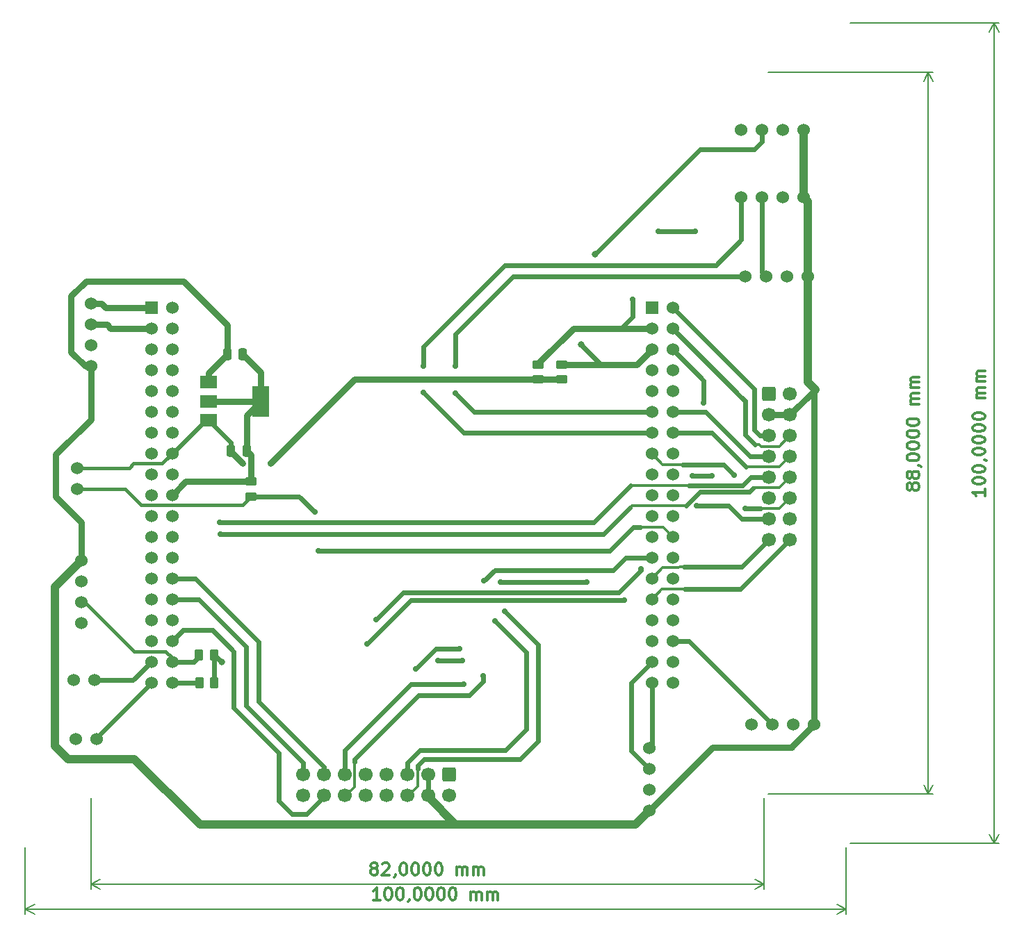
<source format=gbr>
G04 #@! TF.GenerationSoftware,KiCad,Pcbnew,(6.0.1)*
G04 #@! TF.CreationDate,2022-02-07T00:01:01+01:00*
G04 #@! TF.ProjectId,CartePrincipaleR1,43617274-6550-4726-996e-636970616c65,rev?*
G04 #@! TF.SameCoordinates,Original*
G04 #@! TF.FileFunction,Copper,L1,Top*
G04 #@! TF.FilePolarity,Positive*
%FSLAX46Y46*%
G04 Gerber Fmt 4.6, Leading zero omitted, Abs format (unit mm)*
G04 Created by KiCad (PCBNEW (6.0.1)) date 2022-02-07 00:01:01*
%MOMM*%
%LPD*%
G01*
G04 APERTURE LIST*
G04 Aperture macros list*
%AMRoundRect*
0 Rectangle with rounded corners*
0 $1 Rounding radius*
0 $2 $3 $4 $5 $6 $7 $8 $9 X,Y pos of 4 corners*
0 Add a 4 corners polygon primitive as box body*
4,1,4,$2,$3,$4,$5,$6,$7,$8,$9,$2,$3,0*
0 Add four circle primitives for the rounded corners*
1,1,$1+$1,$2,$3*
1,1,$1+$1,$4,$5*
1,1,$1+$1,$6,$7*
1,1,$1+$1,$8,$9*
0 Add four rect primitives between the rounded corners*
20,1,$1+$1,$2,$3,$4,$5,0*
20,1,$1+$1,$4,$5,$6,$7,0*
20,1,$1+$1,$6,$7,$8,$9,0*
20,1,$1+$1,$8,$9,$2,$3,0*%
G04 Aperture macros list end*
%ADD10C,0.300000*%
G04 #@! TA.AperFunction,NonConductor*
%ADD11C,0.300000*%
G04 #@! TD*
G04 #@! TA.AperFunction,NonConductor*
%ADD12C,0.200000*%
G04 #@! TD*
G04 #@! TA.AperFunction,SMDPad,CuDef*
%ADD13RoundRect,0.250000X0.450000X-0.262500X0.450000X0.262500X-0.450000X0.262500X-0.450000X-0.262500X0*%
G04 #@! TD*
G04 #@! TA.AperFunction,ComponentPad*
%ADD14C,1.524000*%
G04 #@! TD*
G04 #@! TA.AperFunction,SMDPad,CuDef*
%ADD15RoundRect,0.250000X-0.250000X-0.475000X0.250000X-0.475000X0.250000X0.475000X-0.250000X0.475000X0*%
G04 #@! TD*
G04 #@! TA.AperFunction,SMDPad,CuDef*
%ADD16R,2.000000X1.500000*%
G04 #@! TD*
G04 #@! TA.AperFunction,SMDPad,CuDef*
%ADD17R,2.000000X3.800000*%
G04 #@! TD*
G04 #@! TA.AperFunction,SMDPad,CuDef*
%ADD18RoundRect,0.250000X0.262500X0.450000X-0.262500X0.450000X-0.262500X-0.450000X0.262500X-0.450000X0*%
G04 #@! TD*
G04 #@! TA.AperFunction,ComponentPad*
%ADD19R,1.530000X1.530000*%
G04 #@! TD*
G04 #@! TA.AperFunction,ComponentPad*
%ADD20C,1.530000*%
G04 #@! TD*
G04 #@! TA.AperFunction,SMDPad,CuDef*
%ADD21RoundRect,0.250000X-0.450000X0.262500X-0.450000X-0.262500X0.450000X-0.262500X0.450000X0.262500X0*%
G04 #@! TD*
G04 #@! TA.AperFunction,ComponentPad*
%ADD22RoundRect,0.250000X-0.600000X0.600000X-0.600000X-0.600000X0.600000X-0.600000X0.600000X0.600000X0*%
G04 #@! TD*
G04 #@! TA.AperFunction,ComponentPad*
%ADD23C,1.700000*%
G04 #@! TD*
G04 #@! TA.AperFunction,ComponentPad*
%ADD24RoundRect,0.250000X-0.600000X-0.600000X0.600000X-0.600000X0.600000X0.600000X-0.600000X0.600000X0*%
G04 #@! TD*
G04 #@! TA.AperFunction,ViaPad*
%ADD25C,0.700000*%
G04 #@! TD*
G04 #@! TA.AperFunction,ViaPad*
%ADD26C,0.800000*%
G04 #@! TD*
G04 #@! TA.AperFunction,Conductor*
%ADD27C,1.000000*%
G04 #@! TD*
G04 #@! TA.AperFunction,Conductor*
%ADD28C,0.800000*%
G04 #@! TD*
G04 #@! TA.AperFunction,Conductor*
%ADD29C,0.600000*%
G04 #@! TD*
G04 #@! TA.AperFunction,Conductor*
%ADD30C,0.400000*%
G04 #@! TD*
G04 #@! TA.AperFunction,Conductor*
%ADD31C,0.300000*%
G04 #@! TD*
G04 APERTURE END LIST*
D10*
D11*
X163021428Y-91642857D02*
X162950000Y-91785714D01*
X162878571Y-91857142D01*
X162735714Y-91928571D01*
X162664285Y-91928571D01*
X162521428Y-91857142D01*
X162450000Y-91785714D01*
X162378571Y-91642857D01*
X162378571Y-91357142D01*
X162450000Y-91214285D01*
X162521428Y-91142857D01*
X162664285Y-91071428D01*
X162735714Y-91071428D01*
X162878571Y-91142857D01*
X162950000Y-91214285D01*
X163021428Y-91357142D01*
X163021428Y-91642857D01*
X163092857Y-91785714D01*
X163164285Y-91857142D01*
X163307142Y-91928571D01*
X163592857Y-91928571D01*
X163735714Y-91857142D01*
X163807142Y-91785714D01*
X163878571Y-91642857D01*
X163878571Y-91357142D01*
X163807142Y-91214285D01*
X163735714Y-91142857D01*
X163592857Y-91071428D01*
X163307142Y-91071428D01*
X163164285Y-91142857D01*
X163092857Y-91214285D01*
X163021428Y-91357142D01*
X163021428Y-90214285D02*
X162950000Y-90357142D01*
X162878571Y-90428571D01*
X162735714Y-90500000D01*
X162664285Y-90500000D01*
X162521428Y-90428571D01*
X162450000Y-90357142D01*
X162378571Y-90214285D01*
X162378571Y-89928571D01*
X162450000Y-89785714D01*
X162521428Y-89714285D01*
X162664285Y-89642857D01*
X162735714Y-89642857D01*
X162878571Y-89714285D01*
X162950000Y-89785714D01*
X163021428Y-89928571D01*
X163021428Y-90214285D01*
X163092857Y-90357142D01*
X163164285Y-90428571D01*
X163307142Y-90500000D01*
X163592857Y-90500000D01*
X163735714Y-90428571D01*
X163807142Y-90357142D01*
X163878571Y-90214285D01*
X163878571Y-89928571D01*
X163807142Y-89785714D01*
X163735714Y-89714285D01*
X163592857Y-89642857D01*
X163307142Y-89642857D01*
X163164285Y-89714285D01*
X163092857Y-89785714D01*
X163021428Y-89928571D01*
X163807142Y-88928571D02*
X163878571Y-88928571D01*
X164021428Y-89000000D01*
X164092857Y-89071428D01*
X162378571Y-88000000D02*
X162378571Y-87857142D01*
X162450000Y-87714285D01*
X162521428Y-87642857D01*
X162664285Y-87571428D01*
X162950000Y-87500000D01*
X163307142Y-87500000D01*
X163592857Y-87571428D01*
X163735714Y-87642857D01*
X163807142Y-87714285D01*
X163878571Y-87857142D01*
X163878571Y-88000000D01*
X163807142Y-88142857D01*
X163735714Y-88214285D01*
X163592857Y-88285714D01*
X163307142Y-88357142D01*
X162950000Y-88357142D01*
X162664285Y-88285714D01*
X162521428Y-88214285D01*
X162450000Y-88142857D01*
X162378571Y-88000000D01*
X162378571Y-86571428D02*
X162378571Y-86428571D01*
X162450000Y-86285714D01*
X162521428Y-86214285D01*
X162664285Y-86142857D01*
X162950000Y-86071428D01*
X163307142Y-86071428D01*
X163592857Y-86142857D01*
X163735714Y-86214285D01*
X163807142Y-86285714D01*
X163878571Y-86428571D01*
X163878571Y-86571428D01*
X163807142Y-86714285D01*
X163735714Y-86785714D01*
X163592857Y-86857142D01*
X163307142Y-86928571D01*
X162950000Y-86928571D01*
X162664285Y-86857142D01*
X162521428Y-86785714D01*
X162450000Y-86714285D01*
X162378571Y-86571428D01*
X162378571Y-85142857D02*
X162378571Y-85000000D01*
X162450000Y-84857142D01*
X162521428Y-84785714D01*
X162664285Y-84714285D01*
X162950000Y-84642857D01*
X163307142Y-84642857D01*
X163592857Y-84714285D01*
X163735714Y-84785714D01*
X163807142Y-84857142D01*
X163878571Y-85000000D01*
X163878571Y-85142857D01*
X163807142Y-85285714D01*
X163735714Y-85357142D01*
X163592857Y-85428571D01*
X163307142Y-85500000D01*
X162950000Y-85500000D01*
X162664285Y-85428571D01*
X162521428Y-85357142D01*
X162450000Y-85285714D01*
X162378571Y-85142857D01*
X162378571Y-83714285D02*
X162378571Y-83571428D01*
X162450000Y-83428571D01*
X162521428Y-83357142D01*
X162664285Y-83285714D01*
X162950000Y-83214285D01*
X163307142Y-83214285D01*
X163592857Y-83285714D01*
X163735714Y-83357142D01*
X163807142Y-83428571D01*
X163878571Y-83571428D01*
X163878571Y-83714285D01*
X163807142Y-83857142D01*
X163735714Y-83928571D01*
X163592857Y-84000000D01*
X163307142Y-84071428D01*
X162950000Y-84071428D01*
X162664285Y-84000000D01*
X162521428Y-83928571D01*
X162450000Y-83857142D01*
X162378571Y-83714285D01*
X163878571Y-81428571D02*
X162878571Y-81428571D01*
X163021428Y-81428571D02*
X162950000Y-81357142D01*
X162878571Y-81214285D01*
X162878571Y-81000000D01*
X162950000Y-80857142D01*
X163092857Y-80785714D01*
X163878571Y-80785714D01*
X163092857Y-80785714D02*
X162950000Y-80714285D01*
X162878571Y-80571428D01*
X162878571Y-80357142D01*
X162950000Y-80214285D01*
X163092857Y-80142857D01*
X163878571Y-80142857D01*
X163878571Y-79428571D02*
X162878571Y-79428571D01*
X163021428Y-79428571D02*
X162950000Y-79357142D01*
X162878571Y-79214285D01*
X162878571Y-79000000D01*
X162950000Y-78857142D01*
X163092857Y-78785714D01*
X163878571Y-78785714D01*
X163092857Y-78785714D02*
X162950000Y-78714285D01*
X162878571Y-78571428D01*
X162878571Y-78357142D01*
X162950000Y-78214285D01*
X163092857Y-78142857D01*
X163878571Y-78142857D01*
D12*
X145500000Y-129000000D02*
X165586420Y-129000000D01*
X145500000Y-41000000D02*
X165586420Y-41000000D01*
X165000000Y-129000000D02*
X165000000Y-41000000D01*
X165000000Y-129000000D02*
X165000000Y-41000000D01*
X165000000Y-129000000D02*
X165586421Y-127873496D01*
X165000000Y-129000000D02*
X164413579Y-127873496D01*
X165000000Y-41000000D02*
X164413579Y-42126504D01*
X165000000Y-41000000D02*
X165586421Y-42126504D01*
D10*
D11*
X171878571Y-91785714D02*
X171878571Y-92642857D01*
X171878571Y-92214285D02*
X170378571Y-92214285D01*
X170592857Y-92357142D01*
X170735714Y-92500000D01*
X170807142Y-92642857D01*
X170378571Y-90857142D02*
X170378571Y-90714285D01*
X170450000Y-90571428D01*
X170521428Y-90500000D01*
X170664285Y-90428571D01*
X170950000Y-90357142D01*
X171307142Y-90357142D01*
X171592857Y-90428571D01*
X171735714Y-90500000D01*
X171807142Y-90571428D01*
X171878571Y-90714285D01*
X171878571Y-90857142D01*
X171807142Y-91000000D01*
X171735714Y-91071428D01*
X171592857Y-91142857D01*
X171307142Y-91214285D01*
X170950000Y-91214285D01*
X170664285Y-91142857D01*
X170521428Y-91071428D01*
X170450000Y-91000000D01*
X170378571Y-90857142D01*
X170378571Y-89428571D02*
X170378571Y-89285714D01*
X170450000Y-89142857D01*
X170521428Y-89071428D01*
X170664285Y-89000000D01*
X170950000Y-88928571D01*
X171307142Y-88928571D01*
X171592857Y-89000000D01*
X171735714Y-89071428D01*
X171807142Y-89142857D01*
X171878571Y-89285714D01*
X171878571Y-89428571D01*
X171807142Y-89571428D01*
X171735714Y-89642857D01*
X171592857Y-89714285D01*
X171307142Y-89785714D01*
X170950000Y-89785714D01*
X170664285Y-89714285D01*
X170521428Y-89642857D01*
X170450000Y-89571428D01*
X170378571Y-89428571D01*
X171807142Y-88214285D02*
X171878571Y-88214285D01*
X172021428Y-88285714D01*
X172092857Y-88357142D01*
X170378571Y-87285714D02*
X170378571Y-87142857D01*
X170450000Y-87000000D01*
X170521428Y-86928571D01*
X170664285Y-86857142D01*
X170950000Y-86785714D01*
X171307142Y-86785714D01*
X171592857Y-86857142D01*
X171735714Y-86928571D01*
X171807142Y-87000000D01*
X171878571Y-87142857D01*
X171878571Y-87285714D01*
X171807142Y-87428571D01*
X171735714Y-87500000D01*
X171592857Y-87571428D01*
X171307142Y-87642857D01*
X170950000Y-87642857D01*
X170664285Y-87571428D01*
X170521428Y-87500000D01*
X170450000Y-87428571D01*
X170378571Y-87285714D01*
X170378571Y-85857142D02*
X170378571Y-85714285D01*
X170450000Y-85571428D01*
X170521428Y-85500000D01*
X170664285Y-85428571D01*
X170950000Y-85357142D01*
X171307142Y-85357142D01*
X171592857Y-85428571D01*
X171735714Y-85500000D01*
X171807142Y-85571428D01*
X171878571Y-85714285D01*
X171878571Y-85857142D01*
X171807142Y-86000000D01*
X171735714Y-86071428D01*
X171592857Y-86142857D01*
X171307142Y-86214285D01*
X170950000Y-86214285D01*
X170664285Y-86142857D01*
X170521428Y-86071428D01*
X170450000Y-86000000D01*
X170378571Y-85857142D01*
X170378571Y-84428571D02*
X170378571Y-84285714D01*
X170450000Y-84142857D01*
X170521428Y-84071428D01*
X170664285Y-84000000D01*
X170950000Y-83928571D01*
X171307142Y-83928571D01*
X171592857Y-84000000D01*
X171735714Y-84071428D01*
X171807142Y-84142857D01*
X171878571Y-84285714D01*
X171878571Y-84428571D01*
X171807142Y-84571428D01*
X171735714Y-84642857D01*
X171592857Y-84714285D01*
X171307142Y-84785714D01*
X170950000Y-84785714D01*
X170664285Y-84714285D01*
X170521428Y-84642857D01*
X170450000Y-84571428D01*
X170378571Y-84428571D01*
X170378571Y-83000000D02*
X170378571Y-82857142D01*
X170450000Y-82714285D01*
X170521428Y-82642857D01*
X170664285Y-82571428D01*
X170950000Y-82500000D01*
X171307142Y-82500000D01*
X171592857Y-82571428D01*
X171735714Y-82642857D01*
X171807142Y-82714285D01*
X171878571Y-82857142D01*
X171878571Y-83000000D01*
X171807142Y-83142857D01*
X171735714Y-83214285D01*
X171592857Y-83285714D01*
X171307142Y-83357142D01*
X170950000Y-83357142D01*
X170664285Y-83285714D01*
X170521428Y-83214285D01*
X170450000Y-83142857D01*
X170378571Y-83000000D01*
X171878571Y-80714285D02*
X170878571Y-80714285D01*
X171021428Y-80714285D02*
X170950000Y-80642857D01*
X170878571Y-80500000D01*
X170878571Y-80285714D01*
X170950000Y-80142857D01*
X171092857Y-80071428D01*
X171878571Y-80071428D01*
X171092857Y-80071428D02*
X170950000Y-80000000D01*
X170878571Y-79857142D01*
X170878571Y-79642857D01*
X170950000Y-79500000D01*
X171092857Y-79428571D01*
X171878571Y-79428571D01*
X171878571Y-78714285D02*
X170878571Y-78714285D01*
X171021428Y-78714285D02*
X170950000Y-78642857D01*
X170878571Y-78500000D01*
X170878571Y-78285714D01*
X170950000Y-78142857D01*
X171092857Y-78071428D01*
X171878571Y-78071428D01*
X171092857Y-78071428D02*
X170950000Y-78000000D01*
X170878571Y-77857142D01*
X170878571Y-77642857D01*
X170950000Y-77500000D01*
X171092857Y-77428571D01*
X171878571Y-77428571D01*
D12*
X155500000Y-135000000D02*
X173586420Y-135000000D01*
X155500000Y-35000000D02*
X173586420Y-35000000D01*
X173000000Y-135000000D02*
X173000000Y-35000000D01*
X173000000Y-135000000D02*
X173000000Y-35000000D01*
X173000000Y-135000000D02*
X173586421Y-133873496D01*
X173000000Y-135000000D02*
X172413579Y-133873496D01*
X173000000Y-35000000D02*
X172413579Y-36126504D01*
X173000000Y-35000000D02*
X173586421Y-36126504D01*
D10*
D11*
X98214285Y-141878571D02*
X97357142Y-141878571D01*
X97785714Y-141878571D02*
X97785714Y-140378571D01*
X97642857Y-140592857D01*
X97500000Y-140735714D01*
X97357142Y-140807142D01*
X99142857Y-140378571D02*
X99285714Y-140378571D01*
X99428571Y-140450000D01*
X99500000Y-140521428D01*
X99571428Y-140664285D01*
X99642857Y-140950000D01*
X99642857Y-141307142D01*
X99571428Y-141592857D01*
X99500000Y-141735714D01*
X99428571Y-141807142D01*
X99285714Y-141878571D01*
X99142857Y-141878571D01*
X99000000Y-141807142D01*
X98928571Y-141735714D01*
X98857142Y-141592857D01*
X98785714Y-141307142D01*
X98785714Y-140950000D01*
X98857142Y-140664285D01*
X98928571Y-140521428D01*
X99000000Y-140450000D01*
X99142857Y-140378571D01*
X100571428Y-140378571D02*
X100714285Y-140378571D01*
X100857142Y-140450000D01*
X100928571Y-140521428D01*
X101000000Y-140664285D01*
X101071428Y-140950000D01*
X101071428Y-141307142D01*
X101000000Y-141592857D01*
X100928571Y-141735714D01*
X100857142Y-141807142D01*
X100714285Y-141878571D01*
X100571428Y-141878571D01*
X100428571Y-141807142D01*
X100357142Y-141735714D01*
X100285714Y-141592857D01*
X100214285Y-141307142D01*
X100214285Y-140950000D01*
X100285714Y-140664285D01*
X100357142Y-140521428D01*
X100428571Y-140450000D01*
X100571428Y-140378571D01*
X101785714Y-141807142D02*
X101785714Y-141878571D01*
X101714285Y-142021428D01*
X101642857Y-142092857D01*
X102714285Y-140378571D02*
X102857142Y-140378571D01*
X103000000Y-140450000D01*
X103071428Y-140521428D01*
X103142857Y-140664285D01*
X103214285Y-140950000D01*
X103214285Y-141307142D01*
X103142857Y-141592857D01*
X103071428Y-141735714D01*
X103000000Y-141807142D01*
X102857142Y-141878571D01*
X102714285Y-141878571D01*
X102571428Y-141807142D01*
X102500000Y-141735714D01*
X102428571Y-141592857D01*
X102357142Y-141307142D01*
X102357142Y-140950000D01*
X102428571Y-140664285D01*
X102500000Y-140521428D01*
X102571428Y-140450000D01*
X102714285Y-140378571D01*
X104142857Y-140378571D02*
X104285714Y-140378571D01*
X104428571Y-140450000D01*
X104500000Y-140521428D01*
X104571428Y-140664285D01*
X104642857Y-140950000D01*
X104642857Y-141307142D01*
X104571428Y-141592857D01*
X104500000Y-141735714D01*
X104428571Y-141807142D01*
X104285714Y-141878571D01*
X104142857Y-141878571D01*
X104000000Y-141807142D01*
X103928571Y-141735714D01*
X103857142Y-141592857D01*
X103785714Y-141307142D01*
X103785714Y-140950000D01*
X103857142Y-140664285D01*
X103928571Y-140521428D01*
X104000000Y-140450000D01*
X104142857Y-140378571D01*
X105571428Y-140378571D02*
X105714285Y-140378571D01*
X105857142Y-140450000D01*
X105928571Y-140521428D01*
X106000000Y-140664285D01*
X106071428Y-140950000D01*
X106071428Y-141307142D01*
X106000000Y-141592857D01*
X105928571Y-141735714D01*
X105857142Y-141807142D01*
X105714285Y-141878571D01*
X105571428Y-141878571D01*
X105428571Y-141807142D01*
X105357142Y-141735714D01*
X105285714Y-141592857D01*
X105214285Y-141307142D01*
X105214285Y-140950000D01*
X105285714Y-140664285D01*
X105357142Y-140521428D01*
X105428571Y-140450000D01*
X105571428Y-140378571D01*
X107000000Y-140378571D02*
X107142857Y-140378571D01*
X107285714Y-140450000D01*
X107357142Y-140521428D01*
X107428571Y-140664285D01*
X107500000Y-140950000D01*
X107500000Y-141307142D01*
X107428571Y-141592857D01*
X107357142Y-141735714D01*
X107285714Y-141807142D01*
X107142857Y-141878571D01*
X107000000Y-141878571D01*
X106857142Y-141807142D01*
X106785714Y-141735714D01*
X106714285Y-141592857D01*
X106642857Y-141307142D01*
X106642857Y-140950000D01*
X106714285Y-140664285D01*
X106785714Y-140521428D01*
X106857142Y-140450000D01*
X107000000Y-140378571D01*
X109285714Y-141878571D02*
X109285714Y-140878571D01*
X109285714Y-141021428D02*
X109357142Y-140950000D01*
X109500000Y-140878571D01*
X109714285Y-140878571D01*
X109857142Y-140950000D01*
X109928571Y-141092857D01*
X109928571Y-141878571D01*
X109928571Y-141092857D02*
X110000000Y-140950000D01*
X110142857Y-140878571D01*
X110357142Y-140878571D01*
X110500000Y-140950000D01*
X110571428Y-141092857D01*
X110571428Y-141878571D01*
X111285714Y-141878571D02*
X111285714Y-140878571D01*
X111285714Y-141021428D02*
X111357142Y-140950000D01*
X111500000Y-140878571D01*
X111714285Y-140878571D01*
X111857142Y-140950000D01*
X111928571Y-141092857D01*
X111928571Y-141878571D01*
X111928571Y-141092857D02*
X112000000Y-140950000D01*
X112142857Y-140878571D01*
X112357142Y-140878571D01*
X112500000Y-140950000D01*
X112571428Y-141092857D01*
X112571428Y-141878571D01*
D12*
X155000000Y-135500000D02*
X155000000Y-143586420D01*
X55000000Y-135500000D02*
X55000000Y-143586420D01*
X155000000Y-143000000D02*
X55000000Y-143000000D01*
X155000000Y-143000000D02*
X55000000Y-143000000D01*
X155000000Y-143000000D02*
X153873496Y-142413579D01*
X155000000Y-143000000D02*
X153873496Y-143586421D01*
X55000000Y-143000000D02*
X56126504Y-143586421D01*
X55000000Y-143000000D02*
X56126504Y-142413579D01*
D10*
D11*
X97357142Y-138021428D02*
X97214285Y-137950000D01*
X97142857Y-137878571D01*
X97071428Y-137735714D01*
X97071428Y-137664285D01*
X97142857Y-137521428D01*
X97214285Y-137450000D01*
X97357142Y-137378571D01*
X97642857Y-137378571D01*
X97785714Y-137450000D01*
X97857142Y-137521428D01*
X97928571Y-137664285D01*
X97928571Y-137735714D01*
X97857142Y-137878571D01*
X97785714Y-137950000D01*
X97642857Y-138021428D01*
X97357142Y-138021428D01*
X97214285Y-138092857D01*
X97142857Y-138164285D01*
X97071428Y-138307142D01*
X97071428Y-138592857D01*
X97142857Y-138735714D01*
X97214285Y-138807142D01*
X97357142Y-138878571D01*
X97642857Y-138878571D01*
X97785714Y-138807142D01*
X97857142Y-138735714D01*
X97928571Y-138592857D01*
X97928571Y-138307142D01*
X97857142Y-138164285D01*
X97785714Y-138092857D01*
X97642857Y-138021428D01*
X98500000Y-137521428D02*
X98571428Y-137450000D01*
X98714285Y-137378571D01*
X99071428Y-137378571D01*
X99214285Y-137450000D01*
X99285714Y-137521428D01*
X99357142Y-137664285D01*
X99357142Y-137807142D01*
X99285714Y-138021428D01*
X98428571Y-138878571D01*
X99357142Y-138878571D01*
X100071428Y-138807142D02*
X100071428Y-138878571D01*
X100000000Y-139021428D01*
X99928571Y-139092857D01*
X101000000Y-137378571D02*
X101142857Y-137378571D01*
X101285714Y-137450000D01*
X101357142Y-137521428D01*
X101428571Y-137664285D01*
X101500000Y-137950000D01*
X101500000Y-138307142D01*
X101428571Y-138592857D01*
X101357142Y-138735714D01*
X101285714Y-138807142D01*
X101142857Y-138878571D01*
X101000000Y-138878571D01*
X100857142Y-138807142D01*
X100785714Y-138735714D01*
X100714285Y-138592857D01*
X100642857Y-138307142D01*
X100642857Y-137950000D01*
X100714285Y-137664285D01*
X100785714Y-137521428D01*
X100857142Y-137450000D01*
X101000000Y-137378571D01*
X102428571Y-137378571D02*
X102571428Y-137378571D01*
X102714285Y-137450000D01*
X102785714Y-137521428D01*
X102857142Y-137664285D01*
X102928571Y-137950000D01*
X102928571Y-138307142D01*
X102857142Y-138592857D01*
X102785714Y-138735714D01*
X102714285Y-138807142D01*
X102571428Y-138878571D01*
X102428571Y-138878571D01*
X102285714Y-138807142D01*
X102214285Y-138735714D01*
X102142857Y-138592857D01*
X102071428Y-138307142D01*
X102071428Y-137950000D01*
X102142857Y-137664285D01*
X102214285Y-137521428D01*
X102285714Y-137450000D01*
X102428571Y-137378571D01*
X103857142Y-137378571D02*
X104000000Y-137378571D01*
X104142857Y-137450000D01*
X104214285Y-137521428D01*
X104285714Y-137664285D01*
X104357142Y-137950000D01*
X104357142Y-138307142D01*
X104285714Y-138592857D01*
X104214285Y-138735714D01*
X104142857Y-138807142D01*
X104000000Y-138878571D01*
X103857142Y-138878571D01*
X103714285Y-138807142D01*
X103642857Y-138735714D01*
X103571428Y-138592857D01*
X103500000Y-138307142D01*
X103500000Y-137950000D01*
X103571428Y-137664285D01*
X103642857Y-137521428D01*
X103714285Y-137450000D01*
X103857142Y-137378571D01*
X105285714Y-137378571D02*
X105428571Y-137378571D01*
X105571428Y-137450000D01*
X105642857Y-137521428D01*
X105714285Y-137664285D01*
X105785714Y-137950000D01*
X105785714Y-138307142D01*
X105714285Y-138592857D01*
X105642857Y-138735714D01*
X105571428Y-138807142D01*
X105428571Y-138878571D01*
X105285714Y-138878571D01*
X105142857Y-138807142D01*
X105071428Y-138735714D01*
X105000000Y-138592857D01*
X104928571Y-138307142D01*
X104928571Y-137950000D01*
X105000000Y-137664285D01*
X105071428Y-137521428D01*
X105142857Y-137450000D01*
X105285714Y-137378571D01*
X107571428Y-138878571D02*
X107571428Y-137878571D01*
X107571428Y-138021428D02*
X107642857Y-137950000D01*
X107785714Y-137878571D01*
X108000000Y-137878571D01*
X108142857Y-137950000D01*
X108214285Y-138092857D01*
X108214285Y-138878571D01*
X108214285Y-138092857D02*
X108285714Y-137950000D01*
X108428571Y-137878571D01*
X108642857Y-137878571D01*
X108785714Y-137950000D01*
X108857142Y-138092857D01*
X108857142Y-138878571D01*
X109571428Y-138878571D02*
X109571428Y-137878571D01*
X109571428Y-138021428D02*
X109642857Y-137950000D01*
X109785714Y-137878571D01*
X110000000Y-137878571D01*
X110142857Y-137950000D01*
X110214285Y-138092857D01*
X110214285Y-138878571D01*
X110214285Y-138092857D02*
X110285714Y-137950000D01*
X110428571Y-137878571D01*
X110642857Y-137878571D01*
X110785714Y-137950000D01*
X110857142Y-138092857D01*
X110857142Y-138878571D01*
D12*
X145000000Y-129500000D02*
X145000000Y-140586420D01*
X63000000Y-129500000D02*
X63000000Y-140586420D01*
X145000000Y-140000000D02*
X63000000Y-140000000D01*
X145000000Y-140000000D02*
X63000000Y-140000000D01*
X145000000Y-140000000D02*
X143873496Y-139413579D01*
X145000000Y-140000000D02*
X143873496Y-140586421D01*
X63000000Y-140000000D02*
X64126504Y-140586421D01*
X63000000Y-140000000D02*
X64126504Y-139413579D01*
D13*
X120300000Y-78425000D03*
X120300000Y-76600000D03*
D14*
X151110000Y-120500000D03*
X148570000Y-120500000D03*
X146030000Y-120500000D03*
X143490000Y-120500000D03*
D15*
X79600000Y-75400000D03*
X81500000Y-75400000D03*
D14*
X142190000Y-56200000D03*
X144730000Y-56200000D03*
X147270000Y-56200000D03*
X149810000Y-56200000D03*
X149810000Y-48000000D03*
X147270000Y-48000000D03*
X144730000Y-48000000D03*
X142190000Y-48000000D03*
D16*
X77350000Y-78800000D03*
X77350000Y-81100000D03*
D17*
X83650000Y-81100000D03*
D16*
X77350000Y-83400000D03*
D14*
X63000000Y-76810000D03*
X63000000Y-74270000D03*
X63000000Y-71730000D03*
X63000000Y-69190000D03*
X142700000Y-65900000D03*
X145240000Y-65900000D03*
X147780000Y-65900000D03*
X150320000Y-65900000D03*
D15*
X80050000Y-87100000D03*
X81950000Y-87100000D03*
D18*
X78012500Y-115400000D03*
X76187500Y-115400000D03*
D19*
X70350000Y-69690000D03*
D20*
X72890000Y-69690000D03*
X70350000Y-72230000D03*
X72890000Y-72230000D03*
X70350000Y-74770000D03*
X72890000Y-74770000D03*
X70350000Y-77310000D03*
X72890000Y-77310000D03*
X70350000Y-79850000D03*
X72890000Y-79850000D03*
X70350000Y-82390000D03*
X72890000Y-82390000D03*
X70350000Y-84930000D03*
X72890000Y-84930000D03*
X70350000Y-87470000D03*
X72890000Y-87470000D03*
X70350000Y-90010000D03*
X72890000Y-90010000D03*
X70350000Y-92550000D03*
X72890000Y-92550000D03*
X70350000Y-95090000D03*
X72890000Y-95090000D03*
X70350000Y-97630000D03*
X72890000Y-97630000D03*
X70350000Y-100170000D03*
X72890000Y-100170000D03*
X70350000Y-102710000D03*
X72890000Y-102710000D03*
X70350000Y-105250000D03*
X72890000Y-105250000D03*
X70350000Y-107790000D03*
X72890000Y-107790000D03*
X70350000Y-110330000D03*
X72890000Y-110330000D03*
X70350000Y-112870000D03*
X72890000Y-112870000D03*
X70350000Y-115410000D03*
X72890000Y-115410000D03*
D19*
X131310000Y-69690000D03*
D20*
X133850000Y-69690000D03*
X131310000Y-72230000D03*
X133850000Y-72230000D03*
X131310000Y-74770000D03*
X133850000Y-74770000D03*
X131310000Y-77310000D03*
X133850000Y-77310000D03*
X131310000Y-79850000D03*
X133850000Y-79850000D03*
X131310000Y-82390000D03*
X133850000Y-82390000D03*
X131310000Y-84930000D03*
X133850000Y-84930000D03*
X131310000Y-87470000D03*
X133850000Y-87470000D03*
X131310000Y-90010000D03*
X133850000Y-90010000D03*
X131310000Y-92550000D03*
X133850000Y-92550000D03*
X131310000Y-95090000D03*
X133850000Y-95090000D03*
X131310000Y-97630000D03*
X133850000Y-97630000D03*
X131310000Y-100170000D03*
X133850000Y-100170000D03*
X131310000Y-102710000D03*
X133850000Y-102710000D03*
X131310000Y-105250000D03*
X133850000Y-105250000D03*
X131310000Y-107790000D03*
X133850000Y-107790000D03*
X131310000Y-110330000D03*
X133850000Y-110330000D03*
X131310000Y-112870000D03*
X133850000Y-112870000D03*
X131310000Y-115410000D03*
X133850000Y-115410000D03*
D14*
X61300000Y-89230000D03*
X61300000Y-91770000D03*
X131000000Y-131010000D03*
X131000000Y-128470000D03*
X131000000Y-125930000D03*
X131000000Y-123390000D03*
X63470000Y-115100000D03*
X60930000Y-115100000D03*
D21*
X82500000Y-90887500D03*
X82500000Y-92712500D03*
D22*
X106600000Y-126600000D03*
D23*
X106600000Y-129140000D03*
X104060000Y-126600000D03*
X104060000Y-129140000D03*
X101520000Y-126600000D03*
X101520000Y-129140000D03*
X98980000Y-126600000D03*
X98980000Y-129140000D03*
X96440000Y-126600000D03*
X96440000Y-129140000D03*
X93900000Y-126600000D03*
X93900000Y-129140000D03*
X91360000Y-126600000D03*
X91360000Y-129140000D03*
X88820000Y-126600000D03*
X88820000Y-129140000D03*
D24*
X145600000Y-80200000D03*
D23*
X148140000Y-80200000D03*
X145600000Y-82740000D03*
X148140000Y-82740000D03*
X145600000Y-85280000D03*
X148140000Y-85280000D03*
X145600000Y-87820000D03*
X148140000Y-87820000D03*
X145600000Y-90360000D03*
X148140000Y-90360000D03*
X145600000Y-92900000D03*
X148140000Y-92900000D03*
X145600000Y-95440000D03*
X148140000Y-95440000D03*
X145600000Y-97980000D03*
X148140000Y-97980000D03*
D13*
X117500000Y-78425000D03*
X117500000Y-76600000D03*
D14*
X61832000Y-100490000D03*
X61832000Y-103030000D03*
X61832000Y-105570000D03*
X61832000Y-108110000D03*
X63670000Y-122300000D03*
X61130000Y-122300000D03*
D18*
X78000000Y-112000000D03*
X76175000Y-112000000D03*
D25*
X80200000Y-81100000D03*
X84850000Y-88650000D03*
X81450000Y-88650000D03*
D26*
X78900000Y-112900000D03*
D25*
X137650000Y-81300000D03*
X78650000Y-95850000D03*
X78750000Y-97300000D03*
X142700000Y-94200000D03*
X138650000Y-90150000D03*
X136300000Y-90150000D03*
X136800000Y-93800000D03*
X141350000Y-90100000D03*
X110900000Y-103000000D03*
X112200000Y-107900000D03*
X123400000Y-103100000D03*
X112900000Y-103100000D03*
X113400000Y-106700000D03*
X108200000Y-112700000D03*
X105300000Y-112700000D03*
X107900000Y-111300000D03*
X102600000Y-113700000D03*
X96600000Y-110700000D03*
X128000000Y-105350000D03*
X97700000Y-107700000D03*
X130000000Y-101500000D03*
X110750000Y-114600000D03*
X108400000Y-115600000D03*
X107400000Y-76800000D03*
X107400000Y-80100000D03*
X136600000Y-60400000D03*
X132100000Y-60400000D03*
X90250000Y-94600000D03*
X90700000Y-99350000D03*
X103500000Y-76800000D03*
X103500000Y-80000000D03*
D26*
X122700000Y-74200000D03*
X124400000Y-63200000D03*
D25*
X129000000Y-68700000D03*
D27*
X131000000Y-131010000D02*
X129310000Y-132700000D01*
X150320000Y-56710000D02*
X149810000Y-56200000D01*
X149810000Y-48000000D02*
X149810000Y-56200000D01*
D28*
X61832000Y-95832000D02*
X58700000Y-92700000D01*
D27*
X151210000Y-79670000D02*
X150320000Y-78780000D01*
D28*
X58700000Y-87600000D02*
X63000000Y-83300000D01*
X148400000Y-123210000D02*
X151110000Y-120500000D01*
D27*
X108000000Y-132700000D02*
X76300000Y-132700000D01*
X150320000Y-78780000D02*
X150320000Y-65900000D01*
X58600000Y-103722000D02*
X61832000Y-100490000D01*
X108000000Y-132700000D02*
X107420000Y-132700000D01*
D28*
X148140000Y-82740000D02*
X145600000Y-82740000D01*
X131000000Y-131010000D02*
X138710000Y-123300000D01*
X74300000Y-66500000D02*
X79600000Y-71800000D01*
D27*
X150320000Y-65900000D02*
X150320000Y-56710000D01*
D28*
X62310000Y-76810000D02*
X60600000Y-75100000D01*
X60600000Y-75100000D02*
X60600000Y-68300000D01*
X151210000Y-79670000D02*
X151110000Y-79770000D01*
D27*
X76300000Y-132700000D02*
X75950000Y-132350000D01*
D28*
X61832000Y-100490000D02*
X61832000Y-95832000D01*
D27*
X60200000Y-124700000D02*
X58600000Y-123100000D01*
D28*
X58700000Y-92700000D02*
X58700000Y-87600000D01*
X79600000Y-71800000D02*
X79600000Y-75400000D01*
X62400000Y-66500000D02*
X74300000Y-66500000D01*
X60600000Y-68300000D02*
X62400000Y-66500000D01*
D27*
X75950000Y-132350000D02*
X68300000Y-124700000D01*
X129310000Y-132700000D02*
X108000000Y-132700000D01*
D28*
X151210000Y-79670000D02*
X148140000Y-82740000D01*
X63000000Y-76810000D02*
X62310000Y-76810000D01*
D29*
X104060000Y-129340000D02*
X104060000Y-126800000D01*
D27*
X107420000Y-132700000D02*
X104060000Y-129340000D01*
D28*
X77350000Y-77650000D02*
X79600000Y-75400000D01*
X63000000Y-83300000D02*
X63000000Y-76810000D01*
D27*
X68300000Y-124700000D02*
X60200000Y-124700000D01*
D28*
X151110000Y-79770000D02*
X151110000Y-120500000D01*
X77350000Y-78800000D02*
X77350000Y-77650000D01*
X59011000Y-103311000D02*
X61832000Y-100490000D01*
D27*
X58600000Y-103722000D02*
X59011000Y-103311000D01*
X58600000Y-113500000D02*
X58600000Y-103722000D01*
D28*
X148400000Y-123300000D02*
X148400000Y-123210000D01*
D27*
X58600000Y-123100000D02*
X58600000Y-113500000D01*
D28*
X138710000Y-123300000D02*
X148400000Y-123300000D01*
X82500000Y-90887500D02*
X74552500Y-90887500D01*
X82500000Y-90887500D02*
X82500000Y-87650000D01*
X81950000Y-82800000D02*
X83650000Y-81100000D01*
X81950000Y-87100000D02*
X81950000Y-82800000D01*
X80200000Y-81100000D02*
X77350000Y-81100000D01*
X82500000Y-87650000D02*
X81950000Y-87100000D01*
X74552500Y-90887500D02*
X72890000Y-92550000D01*
X83650000Y-81100000D02*
X83650000Y-80950000D01*
X83650000Y-77550000D02*
X81500000Y-75400000D01*
X83650000Y-81100000D02*
X80200000Y-81100000D01*
X83650000Y-80950000D02*
X83650000Y-77550000D01*
D29*
X80050000Y-86100000D02*
X80050000Y-87100000D01*
D28*
X81450000Y-88650000D02*
X80050000Y-87250000D01*
D30*
X71660000Y-88700000D02*
X68200000Y-88700000D01*
X68200000Y-88700000D02*
X67670000Y-89230000D01*
D29*
X78012500Y-112012500D02*
X78000000Y-112000000D01*
X78000000Y-112000000D02*
X78900000Y-112900000D01*
D30*
X72890000Y-87470000D02*
X71660000Y-88700000D01*
D28*
X80050000Y-87250000D02*
X80050000Y-87100000D01*
D29*
X76960000Y-83400000D02*
X77350000Y-83400000D01*
D28*
X120300000Y-78425000D02*
X117500000Y-78425000D01*
D29*
X77350000Y-83400000D02*
X80050000Y-86100000D01*
X72890000Y-87470000D02*
X76960000Y-83400000D01*
D28*
X95075000Y-78425000D02*
X84850000Y-88650000D01*
D29*
X78012500Y-115400000D02*
X78012500Y-112012500D01*
D28*
X117500000Y-78425000D02*
X95175000Y-78425000D01*
D30*
X67670000Y-89230000D02*
X61300000Y-89230000D01*
D28*
X95175000Y-78425000D02*
X95075000Y-78425000D01*
D29*
X63670000Y-122090000D02*
X63670000Y-122300000D01*
X70350000Y-115410000D02*
X63670000Y-122090000D01*
X70350000Y-112870000D02*
X68120000Y-115100000D01*
X68120000Y-115100000D02*
X63470000Y-115100000D01*
D30*
X68300000Y-111600000D02*
X62270000Y-105570000D01*
X72100000Y-111600000D02*
X68300000Y-111600000D01*
D29*
X76175000Y-112225000D02*
X76175000Y-112000000D01*
D30*
X72890000Y-112390000D02*
X72100000Y-111600000D01*
D29*
X75530000Y-112870000D02*
X76175000Y-112225000D01*
X75530000Y-112870000D02*
X72890000Y-112870000D01*
D30*
X62270000Y-105570000D02*
X61832000Y-105570000D01*
D29*
X72900000Y-115400000D02*
X72890000Y-115410000D01*
X76187500Y-115400000D02*
X72900000Y-115400000D01*
X131000000Y-125930000D02*
X128800000Y-123730000D01*
X128800000Y-115380000D02*
X131310000Y-112870000D01*
X128800000Y-123730000D02*
X128800000Y-115380000D01*
X131310000Y-115410000D02*
X131310000Y-123080000D01*
X131310000Y-123080000D02*
X131000000Y-123390000D01*
X135860000Y-110330000D02*
X133850000Y-110330000D01*
X146030000Y-120500000D02*
X135860000Y-110330000D01*
X133850000Y-74770000D02*
X137650000Y-78570000D01*
X137650000Y-78570000D02*
X137650000Y-81300000D01*
X143800000Y-79640000D02*
X133850000Y-69690000D01*
X143800000Y-84600000D02*
X143800000Y-79640000D01*
X144480000Y-85280000D02*
X143800000Y-84600000D01*
X145600000Y-85280000D02*
X144480000Y-85280000D01*
D31*
X144600000Y-86600000D02*
X144400000Y-86400000D01*
X144400000Y-86400000D02*
X143900000Y-86400000D01*
D29*
X133850000Y-72230000D02*
X142220000Y-80600000D01*
X142700000Y-81080000D02*
X142700000Y-84500000D01*
X142700000Y-84500000D02*
X142700000Y-85200000D01*
D31*
X146820000Y-86600000D02*
X144600000Y-86600000D01*
D29*
X142220000Y-80600000D02*
X142700000Y-81080000D01*
D31*
X148140000Y-85280000D02*
X146820000Y-86600000D01*
D29*
X143700000Y-86200000D02*
X143900000Y-86400000D01*
X142700000Y-85200000D02*
X143700000Y-86200000D01*
X145600000Y-87820000D02*
X143270000Y-87820000D01*
X143270000Y-87820000D02*
X137840000Y-82390000D01*
X137840000Y-82390000D02*
X133850000Y-82390000D01*
X133850000Y-84930000D02*
X138630000Y-84930000D01*
D31*
X148140000Y-87820000D02*
X146860000Y-89100000D01*
X146860000Y-89100000D02*
X142800000Y-89100000D01*
D29*
X138630000Y-84930000D02*
X142800000Y-89100000D01*
D31*
X128700000Y-91350000D02*
X135800000Y-91350000D01*
D29*
X143340000Y-90360000D02*
X142350000Y-91350000D01*
X142350000Y-91350000D02*
X135800000Y-91350000D01*
X124200000Y-95850000D02*
X128700000Y-91350000D01*
X78650000Y-95850000D02*
X124200000Y-95850000D01*
X145600000Y-90360000D02*
X143340000Y-90360000D01*
D31*
X146850000Y-91650000D02*
X143700000Y-91650000D01*
X128900000Y-93800000D02*
X131350000Y-93800000D01*
D29*
X143200000Y-92150000D02*
X143650000Y-91700000D01*
X78750000Y-97300000D02*
X125400000Y-97300000D01*
D31*
X131350000Y-93800000D02*
X135500000Y-93800000D01*
X143700000Y-91650000D02*
X143650000Y-91700000D01*
D29*
X125400000Y-97300000D02*
X128650000Y-94050000D01*
D31*
X148140000Y-90360000D02*
X146850000Y-91650000D01*
D29*
X137150000Y-92150000D02*
X142900000Y-92150000D01*
X135500000Y-93800000D02*
X137150000Y-92150000D01*
X142900000Y-92150000D02*
X143200000Y-92150000D01*
D31*
X128650000Y-94050000D02*
X128900000Y-93800000D01*
X144550000Y-94200000D02*
X146840000Y-94200000D01*
D29*
X136300000Y-90150000D02*
X138650000Y-90150000D01*
X142700000Y-94200000D02*
X144550000Y-94200000D01*
D31*
X146840000Y-94200000D02*
X148140000Y-92900000D01*
X132620000Y-101400000D02*
X131310000Y-102710000D01*
X134700000Y-101300000D02*
X134600000Y-101400000D01*
D29*
X142280000Y-101300000D02*
X135200000Y-101300000D01*
X145600000Y-97980000D02*
X142280000Y-101300000D01*
D31*
X135200000Y-101300000D02*
X134700000Y-101300000D01*
X134600000Y-101400000D02*
X132620000Y-101400000D01*
X135300000Y-104000000D02*
X132560000Y-104000000D01*
D29*
X148140000Y-97980000D02*
X142120000Y-104000000D01*
X142120000Y-104000000D02*
X135300000Y-104000000D01*
D31*
X132560000Y-104000000D02*
X131310000Y-105250000D01*
D29*
X142290000Y-95440000D02*
X145600000Y-95440000D01*
X140650000Y-93800000D02*
X142290000Y-95440000D01*
X136800000Y-93800000D02*
X140650000Y-93800000D01*
D31*
X131310000Y-87470000D02*
X132640000Y-88800000D01*
X132640000Y-88800000D02*
X135100000Y-88800000D01*
D29*
X135100000Y-88800000D02*
X140050000Y-88800000D01*
X140050000Y-88800000D02*
X141350000Y-90100000D01*
X116000000Y-111700000D02*
X116000000Y-121100000D01*
X103100000Y-123600000D02*
X101520000Y-125180000D01*
X112200000Y-107900000D02*
X116000000Y-111700000D01*
X112200000Y-101700000D02*
X110900000Y-103000000D01*
X127600000Y-100700000D02*
X126600000Y-101700000D01*
X126600000Y-101700000D02*
X112600000Y-101700000D01*
X128130000Y-100170000D02*
X127600000Y-100700000D01*
X113500000Y-123600000D02*
X103100000Y-123600000D01*
X112600000Y-101700000D02*
X112200000Y-101700000D01*
X116000000Y-121100000D02*
X113500000Y-123600000D01*
X131310000Y-100170000D02*
X128130000Y-100170000D01*
X101520000Y-125180000D02*
X101520000Y-126800000D01*
X115300000Y-124700000D02*
X103600000Y-124700000D01*
D31*
X101520000Y-129340000D02*
X102800000Y-128060000D01*
D29*
X117500000Y-110800000D02*
X117500000Y-122500000D01*
X123400000Y-103100000D02*
X112900000Y-103100000D01*
X102800000Y-125900000D02*
X102800000Y-125500000D01*
X117500000Y-122500000D02*
X115300000Y-124700000D01*
D31*
X102800000Y-128060000D02*
X102800000Y-125900000D01*
D29*
X113400000Y-106700000D02*
X117500000Y-110800000D01*
X102800000Y-125500000D02*
X103600000Y-124700000D01*
X108200000Y-112700000D02*
X105300000Y-112700000D01*
X107900000Y-111300000D02*
X105000000Y-111300000D01*
X105000000Y-111300000D02*
X102600000Y-113700000D01*
X128000000Y-105350000D02*
X101950000Y-105350000D01*
X101950000Y-105350000D02*
X96600000Y-110700000D01*
X127300000Y-104400000D02*
X101000000Y-104400000D01*
X130000000Y-101700000D02*
X127300000Y-104400000D01*
X130000000Y-101500000D02*
X130000000Y-101700000D01*
X101000000Y-104400000D02*
X97700000Y-107700000D01*
X109091539Y-116950000D02*
X110750000Y-115291539D01*
D31*
X95100000Y-128140000D02*
X93900000Y-129340000D01*
D29*
X110750000Y-114600000D02*
X110750000Y-115291539D01*
D31*
X95100000Y-125100000D02*
X95100000Y-128140000D01*
D29*
X95100000Y-124750000D02*
X95100000Y-125100000D01*
X102900000Y-116950000D02*
X95100000Y-124750000D01*
X109091539Y-116950000D02*
X102900000Y-116950000D01*
X101950000Y-115600000D02*
X93900000Y-123650000D01*
X93900000Y-123650000D02*
X93900000Y-126800000D01*
X108400000Y-115600000D02*
X101950000Y-115600000D01*
X91360000Y-125660000D02*
X91360000Y-126800000D01*
X83400000Y-110400000D02*
X83400000Y-117700000D01*
X75710000Y-102710000D02*
X83400000Y-110400000D01*
X72890000Y-102710000D02*
X75710000Y-102710000D01*
X83400000Y-117700000D02*
X91360000Y-125660000D01*
X88820000Y-126800000D02*
X88820000Y-125120000D01*
X81900000Y-111000000D02*
X76150000Y-105250000D01*
X76150000Y-105250000D02*
X72890000Y-105250000D01*
X88820000Y-125120000D02*
X81900000Y-118200000D01*
X81900000Y-118200000D02*
X81900000Y-111000000D01*
X91360000Y-129340000D02*
X89300000Y-131400000D01*
X80400000Y-111600000D02*
X77800000Y-109000000D01*
X89300000Y-131400000D02*
X87500000Y-131400000D01*
X74220000Y-109000000D02*
X72890000Y-110330000D01*
X85900000Y-124000000D02*
X80400000Y-118500000D01*
X85900000Y-129800000D02*
X85900000Y-124000000D01*
X80400000Y-114500000D02*
X80400000Y-111600000D01*
X77800000Y-109000000D02*
X74220000Y-109000000D01*
X87500000Y-131400000D02*
X85900000Y-129800000D01*
X80400000Y-118500000D02*
X80400000Y-114500000D01*
X107400000Y-80100000D02*
X109690000Y-82390000D01*
X114400000Y-65900000D02*
X142700000Y-65900000D01*
X109690000Y-82390000D02*
X131310000Y-82390000D01*
X107400000Y-72900000D02*
X114400000Y-65900000D01*
X107400000Y-76800000D02*
X107400000Y-72900000D01*
X144730000Y-65390000D02*
X145240000Y-65900000D01*
X132100000Y-60400000D02*
X136600000Y-60400000D01*
X144730000Y-56200000D02*
X144730000Y-65390000D01*
X90700000Y-99350000D02*
X126200000Y-99350000D01*
D30*
X69114511Y-93714511D02*
X81497989Y-93714511D01*
D29*
X88362500Y-92712500D02*
X90250000Y-94600000D01*
X129100000Y-96450000D02*
X129950000Y-96450000D01*
D30*
X81497989Y-93714511D02*
X82500000Y-92712500D01*
D29*
X82500000Y-92712500D02*
X88362500Y-92712500D01*
D30*
X61300000Y-91770000D02*
X67170000Y-91770000D01*
X67170000Y-91770000D02*
X69114511Y-93714511D01*
D31*
X132670000Y-96450000D02*
X133850000Y-97630000D01*
D29*
X126200000Y-99350000D02*
X129100000Y-96450000D01*
D31*
X129950000Y-96450000D02*
X132670000Y-96450000D01*
D28*
X70350000Y-72230000D02*
X65430000Y-72230000D01*
X65430000Y-72230000D02*
X64930000Y-71730000D01*
X64930000Y-71730000D02*
X63000000Y-71730000D01*
X64290000Y-69190000D02*
X63000000Y-69190000D01*
X70350000Y-69690000D02*
X64790000Y-69690000D01*
X64790000Y-69690000D02*
X64290000Y-69190000D01*
D29*
X108430000Y-84930000D02*
X131310000Y-84930000D01*
X103500000Y-80000000D02*
X108430000Y-84930000D01*
X103500000Y-74400000D02*
X103500000Y-76800000D01*
X113400000Y-64500000D02*
X103500000Y-74400000D01*
X142190000Y-56200000D02*
X142190000Y-61410000D01*
X139100000Y-64500000D02*
X113400000Y-64500000D01*
X142190000Y-61410000D02*
X139100000Y-64500000D01*
X144730000Y-49470000D02*
X144730000Y-48000000D01*
X125500000Y-76600000D02*
X125100000Y-76600000D01*
X125100000Y-76600000D02*
X122700000Y-74200000D01*
X143800000Y-50400000D02*
X144730000Y-49470000D01*
D28*
X120300000Y-76600000D02*
X125500000Y-76600000D01*
X129480000Y-76600000D02*
X131310000Y-74770000D01*
D29*
X124400000Y-63200000D02*
X137200000Y-50400000D01*
X137200000Y-50400000D02*
X143800000Y-50400000D01*
D28*
X125500000Y-76600000D02*
X129480000Y-76600000D01*
X117500000Y-76600000D02*
X117500000Y-76500000D01*
X127370000Y-72230000D02*
X131310000Y-72230000D01*
D29*
X129000000Y-70800000D02*
X127570000Y-72230000D01*
X129000000Y-68700000D02*
X129000000Y-70800000D01*
D28*
X117500000Y-76500000D02*
X121770000Y-72230000D01*
D29*
X127570000Y-72230000D02*
X127370000Y-72230000D01*
D28*
X121770000Y-72230000D02*
X127370000Y-72230000D01*
M02*

</source>
